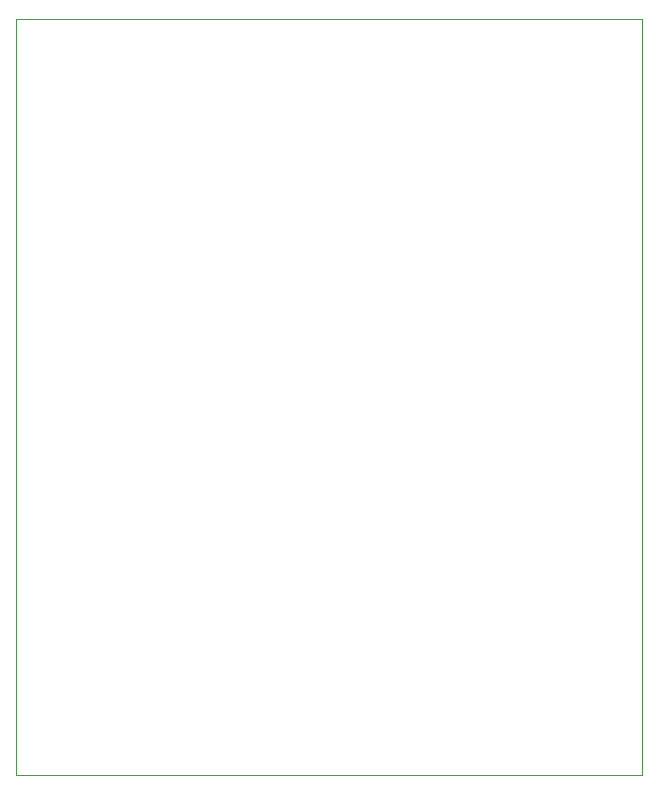
<source format=gko>
G75*
%MOIN*%
%OFA0B0*%
%FSLAX25Y25*%
%IPPOS*%
%LPD*%
%AMOC8*
5,1,8,0,0,1.08239X$1,22.5*
%
%ADD10C,0.00000*%
D10*
X0001000Y0001000D02*
X0001000Y0252969D01*
X0209661Y0252969D01*
X0209661Y0001000D01*
X0001000Y0001000D01*
M02*

</source>
